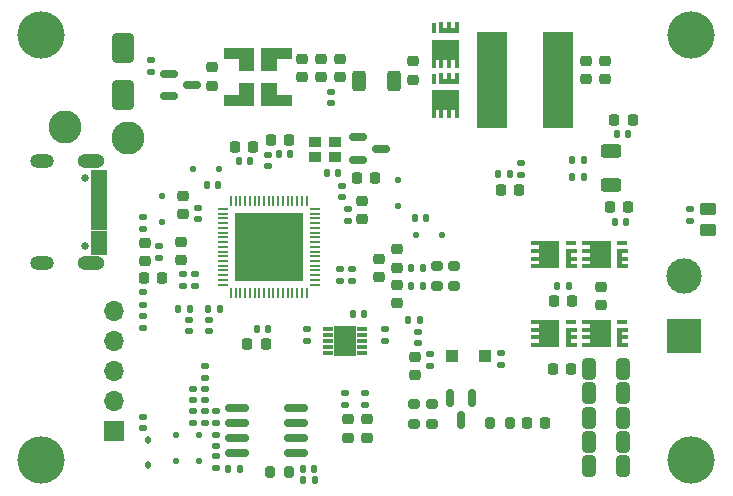
<source format=gbr>
G04 #@! TF.GenerationSoftware,KiCad,Pcbnew,8.0.8*
G04 #@! TF.CreationDate,2025-05-29T14:11:02+07:00*
G04 #@! TF.ProjectId,WLC_TX15W_C1_V1.1,574c435f-5458-4313-9557-5f43315f5631,rev?*
G04 #@! TF.SameCoordinates,Original*
G04 #@! TF.FileFunction,Soldermask,Top*
G04 #@! TF.FilePolarity,Negative*
%FSLAX46Y46*%
G04 Gerber Fmt 4.6, Leading zero omitted, Abs format (unit mm)*
G04 Created by KiCad (PCBNEW 8.0.8) date 2025-05-29 14:11:02*
%MOMM*%
%LPD*%
G01*
G04 APERTURE LIST*
G04 Aperture macros list*
%AMRoundRect*
0 Rectangle with rounded corners*
0 $1 Rounding radius*
0 $2 $3 $4 $5 $6 $7 $8 $9 X,Y pos of 4 corners*
0 Add a 4 corners polygon primitive as box body*
4,1,4,$2,$3,$4,$5,$6,$7,$8,$9,$2,$3,0*
0 Add four circle primitives for the rounded corners*
1,1,$1+$1,$2,$3*
1,1,$1+$1,$4,$5*
1,1,$1+$1,$6,$7*
1,1,$1+$1,$8,$9*
0 Add four rect primitives between the rounded corners*
20,1,$1+$1,$2,$3,$4,$5,0*
20,1,$1+$1,$4,$5,$6,$7,0*
20,1,$1+$1,$6,$7,$8,$9,0*
20,1,$1+$1,$8,$9,$2,$3,0*%
%AMFreePoly0*
4,1,37,1.915180,1.368803,1.915215,1.368788,1.962648,1.327266,1.968788,1.315215,1.968803,1.315180,1.977050,1.275000,1.977050,0.575000,1.968803,0.534820,1.968788,0.534785,1.927266,0.487352,1.915215,0.481212,1.915180,0.481197,1.875000,0.472950,0.677050,0.472950,0.677050,-0.425000,0.668803,-0.465180,0.668788,-0.465215,0.627266,-0.512648,0.615215,-0.518788,0.615180,-0.518803,
0.575000,-0.527050,-0.425000,-0.527050,-0.465180,-0.518803,-0.465215,-0.518788,-0.512648,-0.477266,-0.518788,-0.465215,-0.518803,-0.465180,-0.527050,-0.425000,-0.527050,1.275000,-0.518803,1.315180,-0.518788,1.315215,-0.477266,1.362648,-0.465215,1.368788,-0.465180,1.368803,-0.425000,1.377050,1.875000,1.377050,1.915180,1.368803,1.915180,1.368803,$1*%
%AMFreePoly1*
4,1,37,0.465180,1.368803,0.465215,1.368788,0.512648,1.327266,0.518788,1.315215,0.518803,1.315180,0.527050,1.275000,0.527050,-0.425000,0.518803,-0.465180,0.518788,-0.465215,0.477266,-0.512648,0.465215,-0.518788,0.465180,-0.518803,0.425000,-0.527050,-0.575000,-0.527050,-0.615180,-0.518803,-0.615215,-0.518788,-0.662648,-0.477266,-0.668788,-0.465215,-0.668803,-0.465180,-0.677050,-0.425000,
-0.677050,0.472950,-1.875000,0.472950,-1.915180,0.481197,-1.915215,0.481212,-1.962648,0.522734,-1.968788,0.534785,-1.968803,0.534820,-1.977050,0.575000,-1.977050,1.275000,-1.968803,1.315180,-1.968788,1.315215,-1.927266,1.362648,-1.915215,1.368788,-1.915180,1.368803,-1.875000,1.377050,0.425000,1.377050,0.465180,1.368803,0.465180,1.368803,$1*%
%AMFreePoly2*
4,1,37,0.465180,0.518803,0.465215,0.518788,0.512648,0.477266,0.518788,0.465215,0.518803,0.465180,0.527050,0.425000,0.527050,-1.275000,0.518803,-1.315180,0.518788,-1.315215,0.477266,-1.362648,0.465215,-1.368788,0.465180,-1.368803,0.425000,-1.377050,-1.875000,-1.377050,-1.915180,-1.368803,-1.915215,-1.368788,-1.962648,-1.327266,-1.968788,-1.315215,-1.968803,-1.315180,-1.977050,-1.275000,
-1.977050,-0.575000,-1.968803,-0.534820,-1.968788,-0.534785,-1.927266,-0.487352,-1.915215,-0.481212,-1.915180,-0.481197,-1.875000,-0.472950,-0.677050,-0.472950,-0.677050,0.425000,-0.668803,0.465180,-0.668788,0.465215,-0.627266,0.512648,-0.615215,0.518788,-0.615180,0.518803,-0.575000,0.527050,0.425000,0.527050,0.465180,0.518803,0.465180,0.518803,$1*%
%AMFreePoly3*
4,1,37,0.615180,0.518803,0.615215,0.518788,0.662648,0.477266,0.668788,0.465215,0.668803,0.465180,0.677050,0.425000,0.677050,-0.472950,1.875000,-0.472950,1.915180,-0.481197,1.915215,-0.481212,1.962648,-0.522734,1.968788,-0.534785,1.968803,-0.534820,1.977050,-0.575000,1.977050,-1.275000,1.968803,-1.315180,1.968788,-1.315215,1.927266,-1.362648,1.915215,-1.368788,1.915180,-1.368803,
1.875000,-1.377050,-0.425000,-1.377050,-0.465180,-1.368803,-0.465215,-1.368788,-0.512648,-1.327266,-0.518788,-1.315215,-0.518803,-1.315180,-0.527050,-1.275000,-0.527050,0.425000,-0.518803,0.465180,-0.518788,0.465215,-0.477266,0.512648,-0.465215,0.518788,-0.465180,0.518803,-0.425000,0.527050,0.575000,0.527050,0.615180,0.518803,0.615180,0.518803,$1*%
G04 Aperture macros list end*
%ADD10C,0.000000*%
%ADD11C,0.010000*%
%ADD12C,0.000100*%
%ADD13RoundRect,0.225000X0.250000X-0.225000X0.250000X0.225000X-0.250000X0.225000X-0.250000X-0.225000X0*%
%ADD14RoundRect,0.225000X-0.225000X-0.250000X0.225000X-0.250000X0.225000X0.250000X-0.225000X0.250000X0*%
%ADD15RoundRect,0.225000X-0.250000X0.225000X-0.250000X-0.225000X0.250000X-0.225000X0.250000X0.225000X0*%
%ADD16RoundRect,0.225000X0.225000X0.250000X-0.225000X0.250000X-0.225000X-0.250000X0.225000X-0.250000X0*%
%ADD17R,0.340000X0.550000*%
%ADD18R,0.340000X0.900000*%
%ADD19R,0.340000X0.750000*%
%ADD20RoundRect,0.140000X-0.140000X-0.170000X0.140000X-0.170000X0.140000X0.170000X-0.140000X0.170000X0*%
%ADD21RoundRect,0.250000X-0.450000X0.262500X-0.450000X-0.262500X0.450000X-0.262500X0.450000X0.262500X0*%
%ADD22RoundRect,0.135000X-0.185000X0.135000X-0.185000X-0.135000X0.185000X-0.135000X0.185000X0.135000X0*%
%ADD23R,0.812800X0.203200*%
%ADD24R,0.203200X0.812800*%
%ADD25R,5.791200X5.791200*%
%ADD26RoundRect,0.200000X-0.275000X0.200000X-0.275000X-0.200000X0.275000X-0.200000X0.275000X0.200000X0*%
%ADD27RoundRect,0.218750X0.256250X-0.218750X0.256250X0.218750X-0.256250X0.218750X-0.256250X-0.218750X0*%
%ADD28RoundRect,0.140000X0.140000X0.170000X-0.140000X0.170000X-0.140000X-0.170000X0.140000X-0.170000X0*%
%ADD29RoundRect,0.135000X0.135000X0.185000X-0.135000X0.185000X-0.135000X-0.185000X0.135000X-0.185000X0*%
%ADD30RoundRect,0.200000X0.200000X0.275000X-0.200000X0.275000X-0.200000X-0.275000X0.200000X-0.275000X0*%
%ADD31RoundRect,0.125000X0.125000X0.125000X-0.125000X0.125000X-0.125000X-0.125000X0.125000X-0.125000X0*%
%ADD32RoundRect,0.140000X-0.170000X0.140000X-0.170000X-0.140000X0.170000X-0.140000X0.170000X0.140000X0*%
%ADD33R,3.000000X3.000000*%
%ADD34C,3.000000*%
%ADD35R,1.700000X1.700000*%
%ADD36O,1.700000X1.700000*%
%ADD37RoundRect,0.135000X0.185000X-0.135000X0.185000X0.135000X-0.185000X0.135000X-0.185000X-0.135000X0*%
%ADD38RoundRect,0.140000X0.170000X-0.140000X0.170000X0.140000X-0.170000X0.140000X-0.170000X-0.140000X0*%
%ADD39C,2.800000*%
%ADD40C,0.650000*%
%ADD41O,2.304000X1.204000*%
%ADD42O,2.004000X1.204000*%
%ADD43RoundRect,0.135000X-0.135000X-0.185000X0.135000X-0.185000X0.135000X0.185000X-0.135000X0.185000X0*%
%ADD44RoundRect,0.250000X-0.300000X-0.300000X0.300000X-0.300000X0.300000X0.300000X-0.300000X0.300000X0*%
%ADD45RoundRect,0.200000X0.275000X-0.200000X0.275000X0.200000X-0.275000X0.200000X-0.275000X-0.200000X0*%
%ADD46RoundRect,0.250000X0.325000X0.650000X-0.325000X0.650000X-0.325000X-0.650000X0.325000X-0.650000X0*%
%ADD47RoundRect,0.112500X0.112500X-0.187500X0.112500X0.187500X-0.112500X0.187500X-0.112500X-0.187500X0*%
%ADD48RoundRect,0.125000X-0.125000X0.125000X-0.125000X-0.125000X0.125000X-0.125000X0.125000X0.125000X0*%
%ADD49C,4.000000*%
%ADD50R,0.550000X0.340000*%
%ADD51R,0.900000X0.340000*%
%ADD52R,0.750000X0.340000*%
%ADD53FreePoly0,180.000000*%
%ADD54FreePoly1,180.000000*%
%ADD55FreePoly2,180.000000*%
%ADD56FreePoly3,180.000000*%
%ADD57R,1.100000X0.900000*%
%ADD58RoundRect,0.150000X-0.150000X0.587500X-0.150000X-0.587500X0.150000X-0.587500X0.150000X0.587500X0*%
%ADD59RoundRect,0.125000X0.125000X-0.125000X0.125000X0.125000X-0.125000X0.125000X-0.125000X-0.125000X0*%
%ADD60RoundRect,0.125000X-0.125000X-0.125000X0.125000X-0.125000X0.125000X0.125000X-0.125000X0.125000X0*%
%ADD61RoundRect,0.150000X-0.587500X-0.150000X0.587500X-0.150000X0.587500X0.150000X-0.587500X0.150000X0*%
%ADD62RoundRect,0.150000X-0.825000X-0.150000X0.825000X-0.150000X0.825000X0.150000X-0.825000X0.150000X0*%
%ADD63RoundRect,0.250000X0.625000X-0.312500X0.625000X0.312500X-0.625000X0.312500X-0.625000X-0.312500X0*%
%ADD64RoundRect,0.038750X-0.386250X-0.116250X0.386250X-0.116250X0.386250X0.116250X-0.386250X0.116250X0*%
%ADD65RoundRect,0.020000X-0.850000X-1.250000X0.850000X-1.250000X0.850000X1.250000X-0.850000X1.250000X0*%
%ADD66RoundRect,0.250000X-0.650000X1.000000X-0.650000X-1.000000X0.650000X-1.000000X0.650000X1.000000X0*%
%ADD67R,2.600000X8.200000*%
%ADD68RoundRect,0.250000X0.312500X0.625000X-0.312500X0.625000X-0.312500X-0.625000X0.312500X-0.625000X0*%
G04 APERTURE END LIST*
D10*
G04 #@! TO.C,Q5*
G36*
X140370000Y-57124750D02*
G01*
X138730000Y-57124750D01*
X138730000Y-56674750D01*
X140370000Y-56674750D01*
X140370000Y-57124750D01*
G37*
G36*
X140370000Y-59375250D02*
G01*
X138080000Y-59375250D01*
X138080000Y-57664750D01*
X140370000Y-57664750D01*
X140370000Y-59375250D01*
G37*
G04 #@! TO.C,Q1*
G36*
X140370000Y-52849750D02*
G01*
X138730000Y-52849750D01*
X138730000Y-52399750D01*
X140370000Y-52399750D01*
X140370000Y-52849750D01*
G37*
G36*
X140370000Y-55100250D02*
G01*
X138080000Y-55100250D01*
X138080000Y-53389750D01*
X140370000Y-53389750D01*
X140370000Y-55100250D01*
G37*
D11*
G04 #@! TO.C,J3*
X110455000Y-65150000D02*
X109205000Y-65150000D01*
X109205000Y-64450000D01*
X110455000Y-64450000D01*
X110455000Y-65150000D01*
G36*
X110455000Y-65150000D02*
G01*
X109205000Y-65150000D01*
X109205000Y-64450000D01*
X110455000Y-64450000D01*
X110455000Y-65150000D01*
G37*
X110455000Y-65950000D02*
X109205000Y-65950000D01*
X109205000Y-65250000D01*
X110455000Y-65250000D01*
X110455000Y-65950000D01*
G36*
X110455000Y-65950000D02*
G01*
X109205000Y-65950000D01*
X109205000Y-65250000D01*
X110455000Y-65250000D01*
X110455000Y-65950000D01*
G37*
X110455000Y-66450000D02*
X109205000Y-66450000D01*
X109205000Y-66050000D01*
X110455000Y-66050000D01*
X110455000Y-66450000D01*
G36*
X110455000Y-66450000D02*
G01*
X109205000Y-66450000D01*
X109205000Y-66050000D01*
X110455000Y-66050000D01*
X110455000Y-66450000D01*
G37*
X110455000Y-66950000D02*
X109205000Y-66950000D01*
X109205000Y-66550000D01*
X110455000Y-66550000D01*
X110455000Y-66950000D01*
G36*
X110455000Y-66950000D02*
G01*
X109205000Y-66950000D01*
X109205000Y-66550000D01*
X110455000Y-66550000D01*
X110455000Y-66950000D01*
G37*
X110455000Y-67450000D02*
X109205000Y-67450000D01*
X109205000Y-67050000D01*
X110455000Y-67050000D01*
X110455000Y-67450000D01*
G36*
X110455000Y-67450000D02*
G01*
X109205000Y-67450000D01*
X109205000Y-67050000D01*
X110455000Y-67050000D01*
X110455000Y-67450000D01*
G37*
X110455000Y-67950000D02*
X109205000Y-67950000D01*
X109205000Y-67550000D01*
X110455000Y-67550000D01*
X110455000Y-67950000D01*
G36*
X110455000Y-67950000D02*
G01*
X109205000Y-67950000D01*
X109205000Y-67550000D01*
X110455000Y-67550000D01*
X110455000Y-67950000D01*
G37*
X110455000Y-68450000D02*
X109205000Y-68450000D01*
X109205000Y-68050000D01*
X110455000Y-68050000D01*
X110455000Y-68450000D01*
G36*
X110455000Y-68450000D02*
G01*
X109205000Y-68450000D01*
X109205000Y-68050000D01*
X110455000Y-68050000D01*
X110455000Y-68450000D01*
G37*
X110455000Y-68950000D02*
X109205000Y-68950000D01*
X109205000Y-68550000D01*
X110455000Y-68550000D01*
X110455000Y-68950000D01*
G36*
X110455000Y-68950000D02*
G01*
X109205000Y-68950000D01*
X109205000Y-68550000D01*
X110455000Y-68550000D01*
X110455000Y-68950000D01*
G37*
X110455000Y-69450000D02*
X109205000Y-69450000D01*
X109205000Y-69050000D01*
X110455000Y-69050000D01*
X110455000Y-69450000D01*
G36*
X110455000Y-69450000D02*
G01*
X109205000Y-69450000D01*
X109205000Y-69050000D01*
X110455000Y-69050000D01*
X110455000Y-69450000D01*
G37*
X110455000Y-69950000D02*
X109205000Y-69950000D01*
X109205000Y-69550000D01*
X110455000Y-69550000D01*
X110455000Y-69950000D01*
G36*
X110455000Y-69950000D02*
G01*
X109205000Y-69950000D01*
X109205000Y-69550000D01*
X110455000Y-69550000D01*
X110455000Y-69950000D01*
G37*
X110455000Y-70750000D02*
X109205000Y-70750000D01*
X109205000Y-70050000D01*
X110455000Y-70050000D01*
X110455000Y-70750000D01*
G36*
X110455000Y-70750000D02*
G01*
X109205000Y-70750000D01*
X109205000Y-70050000D01*
X110455000Y-70050000D01*
X110455000Y-70750000D01*
G37*
X110455000Y-71550000D02*
X109205000Y-71550000D01*
X109205000Y-70850000D01*
X110455000Y-70850000D01*
X110455000Y-71550000D01*
G36*
X110455000Y-71550000D02*
G01*
X109205000Y-71550000D01*
X109205000Y-70850000D01*
X110455000Y-70850000D01*
X110455000Y-71550000D01*
G37*
D10*
G04 #@! TO.C,Q2*
G36*
X148885000Y-79395000D02*
G01*
X147174500Y-79395000D01*
X147174500Y-77105000D01*
X148885000Y-77105000D01*
X148885000Y-79395000D01*
G37*
G36*
X149875000Y-79395000D02*
G01*
X149425000Y-79395000D01*
X149425000Y-77755000D01*
X149875000Y-77755000D01*
X149875000Y-79395000D01*
G37*
G04 #@! TO.C,Q3*
G36*
X148885000Y-72745000D02*
G01*
X147174500Y-72745000D01*
X147174500Y-70455000D01*
X148885000Y-70455000D01*
X148885000Y-72745000D01*
G37*
G36*
X149875000Y-72745000D02*
G01*
X149425000Y-72745000D01*
X149425000Y-71105000D01*
X149875000Y-71105000D01*
X149875000Y-72745000D01*
G37*
D12*
G04 #@! TO.C,FL1*
X122950000Y-55950000D02*
X121750000Y-55950000D01*
X121750000Y-54950000D01*
X120450000Y-54950000D01*
X120450000Y-54050000D01*
X122950000Y-54050000D01*
X122950000Y-55950000D01*
G36*
X122950000Y-55950000D02*
G01*
X121750000Y-55950000D01*
X121750000Y-54950000D01*
X120450000Y-54950000D01*
X120450000Y-54050000D01*
X122950000Y-54050000D01*
X122950000Y-55950000D01*
G37*
X122950000Y-58950000D02*
X120450000Y-58950000D01*
X120450000Y-58050000D01*
X121750000Y-58050000D01*
X121750000Y-57050000D01*
X122950000Y-57050000D01*
X122950000Y-58950000D01*
G36*
X122950000Y-58950000D02*
G01*
X120450000Y-58950000D01*
X120450000Y-58050000D01*
X121750000Y-58050000D01*
X121750000Y-57050000D01*
X122950000Y-57050000D01*
X122950000Y-58950000D01*
G37*
X126150000Y-54950000D02*
X124850000Y-54950000D01*
X124850000Y-55950000D01*
X123650000Y-55950000D01*
X123650000Y-54050000D01*
X126150000Y-54050000D01*
X126150000Y-54950000D01*
G36*
X126150000Y-54950000D02*
G01*
X124850000Y-54950000D01*
X124850000Y-55950000D01*
X123650000Y-55950000D01*
X123650000Y-54050000D01*
X126150000Y-54050000D01*
X126150000Y-54950000D01*
G37*
X124850000Y-58050000D02*
X126150000Y-58050000D01*
X126150000Y-58950000D01*
X123650000Y-58950000D01*
X123650000Y-57050000D01*
X124850000Y-57050000D01*
X124850000Y-58050000D01*
G36*
X124850000Y-58050000D02*
G01*
X126150000Y-58050000D01*
X126150000Y-58950000D01*
X123650000Y-58950000D01*
X123650000Y-57050000D01*
X124850000Y-57050000D01*
X124850000Y-58050000D01*
G37*
D10*
G04 #@! TO.C,Q6*
G36*
X153210250Y-79395000D02*
G01*
X151499750Y-79395000D01*
X151499750Y-77105000D01*
X153210250Y-77105000D01*
X153210250Y-79395000D01*
G37*
G36*
X154200250Y-79395000D02*
G01*
X153750250Y-79395000D01*
X153750250Y-77755000D01*
X154200250Y-77755000D01*
X154200250Y-79395000D01*
G37*
G04 #@! TO.C,Q7*
G36*
X153210250Y-72745000D02*
G01*
X151499750Y-72745000D01*
X151499750Y-70455000D01*
X153210250Y-70455000D01*
X153210250Y-72745000D01*
G37*
G36*
X154200250Y-72745000D02*
G01*
X153750250Y-72745000D01*
X153750250Y-71105000D01*
X154200250Y-71105000D01*
X154200250Y-72745000D01*
G37*
G04 #@! TD*
D13*
G04 #@! TO.C,C24*
X152400000Y-75875000D03*
X152400000Y-74325000D03*
G04 #@! TD*
D14*
G04 #@! TO.C,C23*
X148325000Y-81300000D03*
X149875000Y-81300000D03*
G04 #@! TD*
D15*
G04 #@! TO.C,C51*
X135100000Y-71125000D03*
X135100000Y-72675000D03*
G04 #@! TD*
D13*
G04 #@! TO.C,C50*
X135100000Y-75675000D03*
X135100000Y-74125000D03*
G04 #@! TD*
G04 #@! TO.C,C35*
X113800000Y-72125000D03*
X113800000Y-70575000D03*
G04 #@! TD*
D16*
G04 #@! TO.C,C2*
X145475000Y-66100000D03*
X143925000Y-66100000D03*
G04 #@! TD*
D14*
G04 #@! TO.C,C54*
X146125000Y-85800000D03*
X147675000Y-85800000D03*
G04 #@! TD*
D17*
G04 #@! TO.C,Q5*
X140200000Y-56449750D03*
X139550000Y-56449750D03*
X138900000Y-56449750D03*
D18*
X138250000Y-56674750D03*
D19*
X138250000Y-59700000D03*
X138900000Y-59700000D03*
X139550000Y-59700000D03*
X140200000Y-59700250D03*
G04 #@! TD*
D20*
G04 #@! TO.C,C29*
X123270000Y-77875000D03*
X124230000Y-77875000D03*
G04 #@! TD*
D21*
G04 #@! TO.C,TH2*
X161450000Y-67687500D03*
X161450000Y-69512500D03*
G04 #@! TD*
D22*
G04 #@! TO.C,R2*
X132400000Y-83290000D03*
X132400000Y-84310000D03*
G04 #@! TD*
D17*
G04 #@! TO.C,Q1*
X140200000Y-52174750D03*
X139550000Y-52174750D03*
X138900000Y-52174750D03*
D18*
X138250000Y-52399750D03*
D19*
X138250000Y-55425000D03*
X138900000Y-55425000D03*
X139550000Y-55425000D03*
X140200000Y-55425250D03*
G04 #@! TD*
D23*
G04 #@! TO.C,U4*
X120377200Y-67725001D03*
X120377200Y-68125001D03*
X120377200Y-68525000D03*
X120377200Y-68924999D03*
X120377200Y-69325001D03*
X120377200Y-69725000D03*
X120377200Y-70124999D03*
X120377200Y-70525001D03*
X120377200Y-70925000D03*
X120377200Y-71324999D03*
X120377200Y-71725001D03*
X120377200Y-72125000D03*
X120377200Y-72524999D03*
X120377200Y-72924999D03*
X120377200Y-73325000D03*
X120377200Y-73724999D03*
X120377200Y-74124999D03*
D24*
X121076101Y-74823900D03*
X121476101Y-74823900D03*
X121876100Y-74823900D03*
X122276101Y-74823900D03*
X122676101Y-74823900D03*
X123076100Y-74823900D03*
X123476099Y-74823900D03*
X123876101Y-74823900D03*
X124276100Y-74823900D03*
X124676099Y-74823900D03*
X125076101Y-74823900D03*
X125476100Y-74823900D03*
X125876099Y-74823900D03*
X126276099Y-74823900D03*
X126676100Y-74823900D03*
X127076099Y-74823900D03*
X127476099Y-74823900D03*
D23*
X128175000Y-74124999D03*
X128175000Y-73724999D03*
X128175000Y-73325000D03*
X128175000Y-72924999D03*
X128175000Y-72524999D03*
X128175000Y-72125000D03*
X128175000Y-71725001D03*
X128175000Y-71324999D03*
X128175000Y-70925000D03*
X128175000Y-70525001D03*
X128175000Y-70124999D03*
X128175000Y-69725000D03*
X128175000Y-69325001D03*
X128175000Y-68925001D03*
X128175000Y-68525000D03*
X128175000Y-68125001D03*
X128175000Y-67725001D03*
D24*
X127476099Y-67026100D03*
X127076099Y-67026100D03*
X126676100Y-67026100D03*
X126276099Y-67026100D03*
X125876099Y-67026100D03*
X125476100Y-67026100D03*
X125076101Y-67026100D03*
X124676099Y-67026100D03*
X124276100Y-67026100D03*
X123876101Y-67026100D03*
X123476099Y-67026100D03*
X123076100Y-67026100D03*
X122676101Y-67026100D03*
X122276101Y-67026100D03*
X121876100Y-67026100D03*
X121476101Y-67026100D03*
X121076101Y-67026100D03*
D25*
X124276100Y-70925000D03*
G04 #@! TD*
D26*
G04 #@! TO.C,R32*
X136550000Y-84250000D03*
X136550000Y-85900000D03*
G04 #@! TD*
D27*
G04 #@! TO.C,D2*
X131000000Y-87087500D03*
X131000000Y-85512500D03*
G04 #@! TD*
D13*
G04 #@! TO.C,C53*
X136675000Y-81800000D03*
X136675000Y-80250000D03*
G04 #@! TD*
D28*
G04 #@! TO.C,C61*
X154530000Y-68800000D03*
X153570000Y-68800000D03*
G04 #@! TD*
D29*
G04 #@! TO.C,R23*
X137310000Y-72700000D03*
X136290000Y-72700000D03*
G04 #@! TD*
D30*
G04 #@! TO.C,R11*
X126000000Y-90000000D03*
X124350000Y-90000000D03*
G04 #@! TD*
D28*
G04 #@! TO.C,C27*
X120005000Y-65725000D03*
X119045000Y-65725000D03*
G04 #@! TD*
D29*
G04 #@! TO.C,R10*
X128160000Y-90700000D03*
X127140000Y-90700000D03*
G04 #@! TD*
D31*
G04 #@! TO.C,D9*
X120050000Y-64300000D03*
X117850000Y-64300000D03*
G04 #@! TD*
D32*
G04 #@! TO.C,C6*
X119850000Y-84845000D03*
X119850000Y-85805000D03*
G04 #@! TD*
D33*
G04 #@! TO.C,L2*
X159400000Y-78500000D03*
D34*
X159400000Y-73420000D03*
G04 #@! TD*
D20*
G04 #@! TO.C,C40*
X121720000Y-63700000D03*
X122680000Y-63700000D03*
G04 #@! TD*
D35*
G04 #@! TO.C,J1*
X111200000Y-86500000D03*
D36*
X111200000Y-83960000D03*
X111200000Y-81420000D03*
X111200000Y-78880000D03*
X111200000Y-76340000D03*
G04 #@! TD*
D13*
G04 #@! TO.C,C37*
X116825000Y-72050000D03*
X116825000Y-70500000D03*
G04 #@! TD*
D16*
G04 #@! TO.C,C57*
X155075000Y-60150000D03*
X153525000Y-60150000D03*
G04 #@! TD*
D37*
G04 #@! TO.C,R35*
X114300000Y-56110000D03*
X114300000Y-55090000D03*
G04 #@! TD*
D38*
G04 #@! TO.C,C26*
X130475000Y-66705000D03*
X130475000Y-65745000D03*
G04 #@! TD*
D37*
G04 #@! TO.C,R3*
X145600000Y-64810000D03*
X145600000Y-63790000D03*
G04 #@! TD*
D39*
G04 #@! TO.C,TP3*
X112400000Y-61700000D03*
G04 #@! TD*
D22*
G04 #@! TO.C,R17*
X113600000Y-74790000D03*
X113600000Y-75810000D03*
G04 #@! TD*
D16*
G04 #@! TO.C,C21*
X149950000Y-75475000D03*
X148400000Y-75475000D03*
G04 #@! TD*
D22*
G04 #@! TO.C,TH1*
X159950000Y-67690000D03*
X159950000Y-68710000D03*
G04 #@! TD*
D40*
G04 #@! TO.C,J3*
X108755000Y-65110000D03*
X108755000Y-70890000D03*
D41*
X109255000Y-63680000D03*
X109255000Y-72320000D03*
D42*
X105075000Y-63680000D03*
X105075000Y-72320000D03*
G04 #@! TD*
D14*
G04 #@! TO.C,C36*
X113725000Y-73600000D03*
X115275000Y-73600000D03*
G04 #@! TD*
D38*
G04 #@! TO.C,C33*
X118000000Y-74205000D03*
X118000000Y-73245000D03*
G04 #@! TD*
D43*
G04 #@! TO.C,R22*
X116590000Y-76175000D03*
X117610000Y-76175000D03*
G04 #@! TD*
D44*
G04 #@! TO.C,D11*
X139800000Y-80200000D03*
X142600000Y-80200000D03*
G04 #@! TD*
D38*
G04 #@! TO.C,C31*
X117500000Y-78080000D03*
X117500000Y-77120000D03*
G04 #@! TD*
D15*
G04 #@! TO.C,C39*
X117000000Y-66600000D03*
X117000000Y-68150000D03*
G04 #@! TD*
D45*
G04 #@! TO.C,R25*
X140000000Y-74225000D03*
X140000000Y-72575000D03*
G04 #@! TD*
D46*
G04 #@! TO.C,C19*
X154300000Y-83312500D03*
X151350000Y-83312500D03*
G04 #@! TD*
D37*
G04 #@! TO.C,R5*
X119850000Y-89685000D03*
X119850000Y-88665000D03*
G04 #@! TD*
D22*
G04 #@! TO.C,R8*
X118850000Y-84815000D03*
X118850000Y-85835000D03*
G04 #@! TD*
D29*
G04 #@! TO.C,R9*
X120160000Y-76150000D03*
X119140000Y-76150000D03*
G04 #@! TD*
D47*
G04 #@! TO.C,D3*
X114050000Y-89400000D03*
X114050000Y-87300000D03*
G04 #@! TD*
D20*
G04 #@! TO.C,C44*
X125120000Y-63100000D03*
X126080000Y-63100000D03*
G04 #@! TD*
D37*
G04 #@! TO.C,R14*
X134100000Y-78910000D03*
X134100000Y-77890000D03*
G04 #@! TD*
D38*
G04 #@! TO.C,C52*
X136950000Y-79055000D03*
X136950000Y-78095000D03*
G04 #@! TD*
G04 #@! TO.C,C59*
X129525000Y-58780000D03*
X129525000Y-57820000D03*
G04 #@! TD*
D48*
G04 #@! TO.C,D7*
X135225000Y-65300000D03*
X135225000Y-67500000D03*
G04 #@! TD*
D49*
G04 #@! TO.C,TP5*
X160000000Y-53000000D03*
G04 #@! TD*
D50*
G04 #@! TO.C,Q2*
X150100000Y-79225000D03*
X150100000Y-78575000D03*
X150100000Y-77925000D03*
D51*
X149875000Y-77275000D03*
D52*
X146849750Y-77275000D03*
X146849750Y-77925000D03*
X146849750Y-78575000D03*
X146849500Y-79225000D03*
G04 #@! TD*
D50*
G04 #@! TO.C,Q3*
X150100000Y-72575000D03*
X150100000Y-71925000D03*
X150100000Y-71275000D03*
D51*
X149875000Y-70625000D03*
D52*
X146849750Y-70625000D03*
X146849750Y-71275000D03*
X146849750Y-71925000D03*
X146849500Y-72575000D03*
G04 #@! TD*
D43*
G04 #@! TO.C,R20*
X149940000Y-63550000D03*
X150960000Y-63550000D03*
G04 #@! TD*
D14*
G04 #@! TO.C,C41*
X121425000Y-62500000D03*
X122975000Y-62500000D03*
G04 #@! TD*
D29*
G04 #@! TO.C,R24*
X137310000Y-74200000D03*
X136290000Y-74200000D03*
G04 #@! TD*
D15*
G04 #@! TO.C,C10*
X128700000Y-55025000D03*
X128700000Y-56575000D03*
G04 #@! TD*
D53*
G04 #@! TO.C,FL1*
X122425000Y-57575000D03*
D54*
X124175000Y-57575000D03*
D55*
X124175000Y-55425000D03*
D56*
X122425000Y-55425000D03*
G04 #@! TD*
D57*
G04 #@! TO.C,Y2*
X129850000Y-62050000D03*
X128150000Y-62050000D03*
X128150000Y-63350000D03*
X129850000Y-63350000D03*
G04 #@! TD*
D32*
G04 #@! TO.C,C3*
X119850000Y-86820000D03*
X119850000Y-87780000D03*
G04 #@! TD*
D46*
G04 #@! TO.C,C18*
X154300000Y-89500000D03*
X151350000Y-89500000D03*
G04 #@! TD*
D58*
G04 #@! TO.C,D15*
X141525000Y-83712500D03*
X139625000Y-83712500D03*
X140575000Y-85587500D03*
G04 #@! TD*
D38*
G04 #@! TO.C,C4*
X118850000Y-83905000D03*
X118850000Y-82945000D03*
G04 #@! TD*
D59*
G04 #@! TO.C,D10*
X115250000Y-68800000D03*
X115250000Y-66600000D03*
G04 #@! TD*
D28*
G04 #@! TO.C,C60*
X149655000Y-74225000D03*
X148695000Y-74225000D03*
G04 #@! TD*
D59*
G04 #@! TO.C,D5*
X116450000Y-89075000D03*
X116450000Y-86875000D03*
G04 #@! TD*
D28*
G04 #@! TO.C,C7*
X128130000Y-89750000D03*
X127170000Y-89750000D03*
G04 #@! TD*
D29*
G04 #@! TO.C,R27*
X137110000Y-77150000D03*
X136090000Y-77150000D03*
G04 #@! TD*
D38*
G04 #@! TO.C,C32*
X119200000Y-78080000D03*
X119200000Y-77120000D03*
G04 #@! TD*
D60*
G04 #@! TO.C,D6*
X136725000Y-69925000D03*
X138925000Y-69925000D03*
G04 #@! TD*
D15*
G04 #@! TO.C,C14*
X152750000Y-55175000D03*
X152750000Y-56725000D03*
G04 #@! TD*
D50*
G04 #@! TO.C,Q6*
X154425250Y-79225000D03*
X154425250Y-78575000D03*
X154425250Y-77925000D03*
D51*
X154200250Y-77275000D03*
D52*
X151175000Y-77275000D03*
X151175000Y-77925000D03*
X151175000Y-78575000D03*
X151174750Y-79225000D03*
G04 #@! TD*
D39*
G04 #@! TO.C,TP4*
X107000000Y-60800000D03*
G04 #@! TD*
D28*
G04 #@! TO.C,C8*
X121805000Y-89750000D03*
X120845000Y-89750000D03*
G04 #@! TD*
D16*
G04 #@! TO.C,C56*
X133275000Y-65100000D03*
X131725000Y-65100000D03*
G04 #@! TD*
D37*
G04 #@! TO.C,R15*
X127500000Y-78910000D03*
X127500000Y-77890000D03*
G04 #@! TD*
D61*
G04 #@! TO.C,Q9*
X115862500Y-56250000D03*
X115862500Y-58150000D03*
X117737500Y-57200000D03*
G04 #@! TD*
D49*
G04 #@! TO.C,TP6*
X105000000Y-53000000D03*
G04 #@! TD*
D15*
G04 #@! TO.C,C12*
X130300000Y-55025000D03*
X130300000Y-56575000D03*
G04 #@! TD*
D43*
G04 #@! TO.C,R19*
X149940000Y-65050000D03*
X150960000Y-65050000D03*
G04 #@! TD*
D62*
G04 #@! TO.C,U2*
X121625000Y-84595000D03*
X121625000Y-85865000D03*
X121625000Y-87135000D03*
X121625000Y-88405000D03*
X126575000Y-88405000D03*
X126575000Y-87135000D03*
X126575000Y-85865000D03*
X126575000Y-84595000D03*
G04 #@! TD*
D37*
G04 #@! TO.C,R7*
X117850000Y-85835000D03*
X117850000Y-84815000D03*
G04 #@! TD*
D38*
G04 #@! TO.C,C5*
X117850000Y-83905000D03*
X117850000Y-82945000D03*
G04 #@! TD*
G04 #@! TO.C,C48*
X130300000Y-73780000D03*
X130300000Y-72820000D03*
G04 #@! TD*
D15*
G04 #@! TO.C,C9*
X119500000Y-55725000D03*
X119500000Y-57275000D03*
G04 #@! TD*
D32*
G04 #@! TO.C,C45*
X131000000Y-67745000D03*
X131000000Y-68705000D03*
G04 #@! TD*
D61*
G04 #@! TO.C,Q8*
X131862500Y-61650000D03*
X131862500Y-63550000D03*
X133737500Y-62600000D03*
G04 #@! TD*
D20*
G04 #@! TO.C,C25*
X136670000Y-68450000D03*
X137630000Y-68450000D03*
G04 #@! TD*
D37*
G04 #@! TO.C,R16*
X113600000Y-77810000D03*
X113600000Y-76790000D03*
G04 #@! TD*
D63*
G04 #@! TO.C,R13*
X153250000Y-65712500D03*
X153250000Y-62787500D03*
G04 #@! TD*
D15*
G04 #@! TO.C,C13*
X136500000Y-55225000D03*
X136500000Y-56775000D03*
G04 #@! TD*
D64*
G04 #@! TO.C,U3*
X129250000Y-77900000D03*
X129250000Y-78400000D03*
X129250000Y-78900000D03*
X129250000Y-79400000D03*
X129250000Y-79900000D03*
X132150000Y-79900000D03*
X132150000Y-79400000D03*
X132150000Y-78900000D03*
X132150000Y-78400000D03*
X132150000Y-77900000D03*
D65*
X130700000Y-78900000D03*
G04 #@! TD*
D22*
G04 #@! TO.C,R1*
X130700000Y-83290000D03*
X130700000Y-84310000D03*
G04 #@! TD*
D38*
G04 #@! TO.C,C47*
X131300000Y-73780000D03*
X131300000Y-72820000D03*
G04 #@! TD*
D30*
G04 #@! TO.C,R30*
X144675000Y-85825000D03*
X143025000Y-85825000D03*
G04 #@! TD*
D28*
G04 #@! TO.C,C58*
X154730000Y-61400000D03*
X153770000Y-61400000D03*
G04 #@! TD*
D27*
G04 #@! TO.C,D1*
X132600000Y-87087500D03*
X132600000Y-85512500D03*
G04 #@! TD*
D20*
G04 #@! TO.C,C28*
X131420000Y-76600000D03*
X132380000Y-76600000D03*
G04 #@! TD*
D14*
G04 #@! TO.C,C43*
X124425000Y-61900000D03*
X125975000Y-61900000D03*
G04 #@! TD*
D13*
G04 #@! TO.C,C49*
X133625000Y-73475000D03*
X133625000Y-71925000D03*
G04 #@! TD*
D20*
G04 #@! TO.C,C55*
X129220000Y-64650000D03*
X130180000Y-64650000D03*
G04 #@! TD*
D66*
G04 #@! TO.C,D8*
X111900000Y-54100000D03*
X111900000Y-58100000D03*
G04 #@! TD*
D16*
G04 #@! TO.C,C22*
X154725000Y-67550000D03*
X153175000Y-67550000D03*
G04 #@! TD*
D22*
G04 #@! TO.C,R28*
X137950000Y-79965000D03*
X137950000Y-80985000D03*
G04 #@! TD*
D46*
G04 #@! TO.C,C20*
X154300000Y-81250000D03*
X151350000Y-81250000D03*
G04 #@! TD*
D48*
G04 #@! TO.C,D4*
X118400000Y-86875000D03*
X118400000Y-89075000D03*
G04 #@! TD*
D38*
G04 #@! TO.C,C34*
X117000000Y-74205000D03*
X117000000Y-73245000D03*
G04 #@! TD*
D29*
G04 #@! TO.C,R4*
X144710000Y-64800000D03*
X143690000Y-64800000D03*
G04 #@! TD*
D15*
G04 #@! TO.C,C11*
X127100000Y-55025000D03*
X127100000Y-56575000D03*
G04 #@! TD*
D45*
G04 #@! TO.C,R31*
X138100000Y-85900000D03*
X138100000Y-84250000D03*
G04 #@! TD*
D37*
G04 #@! TO.C,R18*
X115000000Y-71860000D03*
X115000000Y-70840000D03*
G04 #@! TD*
D22*
G04 #@! TO.C,R6*
X118850000Y-81015000D03*
X118850000Y-82035000D03*
G04 #@! TD*
D15*
G04 #@! TO.C,C46*
X132200000Y-67025000D03*
X132200000Y-68575000D03*
G04 #@! TD*
D22*
G04 #@! TO.C,R29*
X143950000Y-79915000D03*
X143950000Y-80935000D03*
G04 #@! TD*
G04 #@! TO.C,R21*
X113650000Y-68390000D03*
X113650000Y-69410000D03*
G04 #@! TD*
D14*
G04 #@! TO.C,C30*
X122475000Y-79150000D03*
X124025000Y-79150000D03*
G04 #@! TD*
D46*
G04 #@! TO.C,C17*
X154300000Y-85375000D03*
X151350000Y-85375000D03*
G04 #@! TD*
D49*
G04 #@! TO.C,TP7*
X160000000Y-89000000D03*
G04 #@! TD*
D32*
G04 #@! TO.C,C42*
X124200000Y-63120000D03*
X124200000Y-64080000D03*
G04 #@! TD*
D38*
G04 #@! TO.C,C1*
X113625000Y-86255000D03*
X113625000Y-85295000D03*
G04 #@! TD*
D49*
G04 #@! TO.C,TP8*
X105000000Y-89000000D03*
G04 #@! TD*
D46*
G04 #@! TO.C,C16*
X154300000Y-87437500D03*
X151350000Y-87437500D03*
G04 #@! TD*
D32*
G04 #@! TO.C,C38*
X118300000Y-67620000D03*
X118300000Y-68580000D03*
G04 #@! TD*
D67*
G04 #@! TO.C,L1*
X143150000Y-56800000D03*
X148750000Y-56800000D03*
G04 #@! TD*
D15*
G04 #@! TO.C,C15*
X151150000Y-55175000D03*
X151150000Y-56725000D03*
G04 #@! TD*
D50*
G04 #@! TO.C,Q7*
X154425250Y-72575000D03*
X154425250Y-71925000D03*
X154425250Y-71275000D03*
D51*
X154200250Y-70625000D03*
D52*
X151175000Y-70625000D03*
X151175000Y-71275000D03*
X151175000Y-71925000D03*
X151174750Y-72575000D03*
G04 #@! TD*
D68*
G04 #@! TO.C,R12*
X134862500Y-56900000D03*
X131937500Y-56900000D03*
G04 #@! TD*
D26*
G04 #@! TO.C,R26*
X138500000Y-72575000D03*
X138500000Y-74225000D03*
G04 #@! TD*
M02*

</source>
